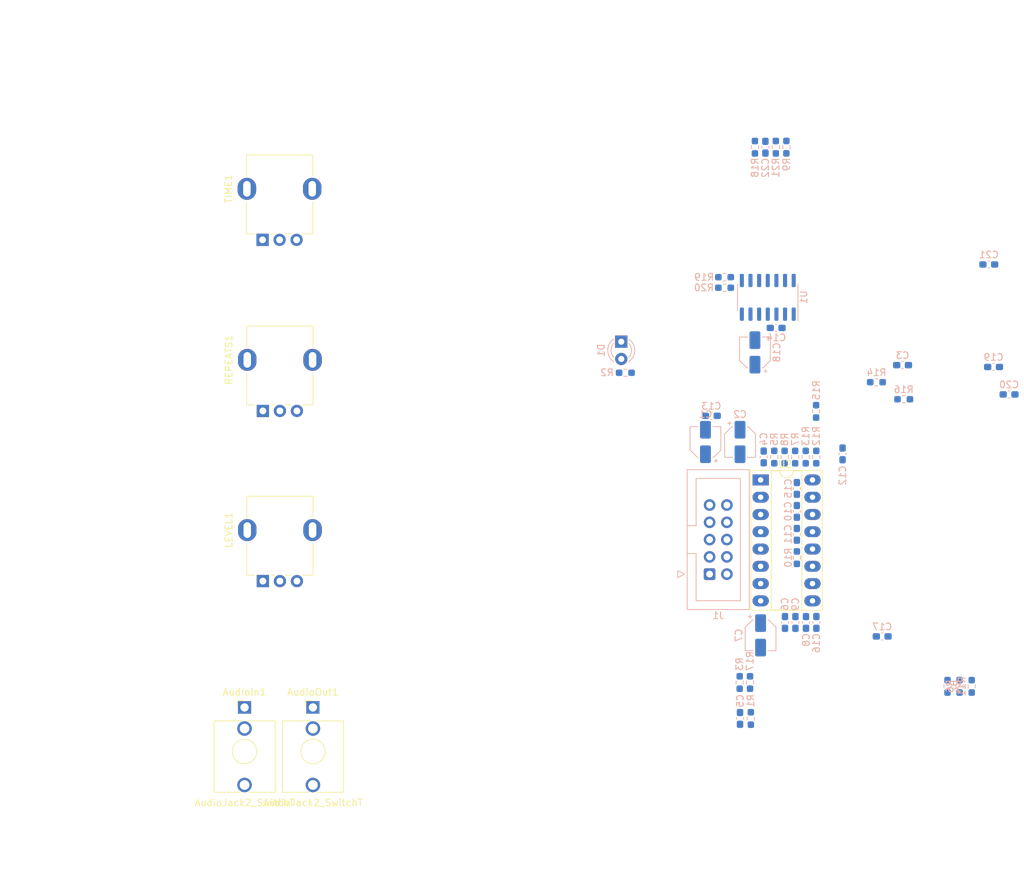
<source format=kicad_pcb>
(kicad_pcb (version 20211014) (generator pcbnew)
  (layers (0 "F.Cu" signal) (31 "B.Cu" signal) (34 "B.Paste" user) (35 "F.Paste" user) (36 "B.SilkS" user "B.Silkscreen") (37 "F.SilkS" user "F.Silkscreen") (38 "B.Mask" user) (39 "F.Mask" user) (44 "Edge.Cuts" user))
  (net 0 "")
  (net 1 "Net-(C22-Pad1)")
  (net 2 "Net-(C22-Pad2)")
  (net 3 "Net-(AudioIn1-PadT)")
  (net 4 "GND")
  (net 5 "+12V")
  (net 6 "Net-(D1-Pad2)")
  (net 7 "Net-(C6-Pad2)")
  (net 8 "DRY_OUT")
  (net 9 "Net-(C6-Pad1)")
  (net 10 "Net-(R5-Pad2)")
  (net 11 "Net-(R5-Pad1)")
  (net 12 "REPEATS")
  (net 13 "Net-(C10-Pad2)")
  (net 14 "Net-(C16-Pad2)")
  (net 15 "Net-(C10-Pad1)")
  (net 16 "Net-(AudioOut1-PadT)")
  (net 17 "Net-(C11-Pad2)")
  (net 18 "Net-(C12-Pad2)")
  (net 19 "Net-(C15-Pad2)")
  (net 20 "Net-(C20-Pad1)")
  (net 21 "Net-(C15-Pad1)")
  (net 22 "Net-(C19-Pad2)")
  (net 23 "Net-(C18-Pad1)")
  (net 24 "Net-(C21-Pad2)")
  (net 25 "WET_OUT")
  (net 26 "Net-(R19-Pad2)")
  (net 27 "Net-(LEVEL1-Pad3)")
  (net 28 "-12V")
  (net 29 "Net-(C8-Pad2)")
  (net 30 "Net-(C9-Pad2)")
  (net 31 "Net-(C11-Pad1)")
  (net 32 "Net-(C13-Pad2)")
  (net 33 "Net-(C13-Pad1)")
  (net 34 "+5V")
  (net 35 "Net-(C18-Pad2)")
  (net 36 "Net-(C7-Pad1)")
  (net 40 "Net-(C1-Pad1)")
  (net 41 "Net-(C2-Pad2)")
  (footprint "benjiaomodular:AudioJack_3.5mm" (layer "F.Cu") (at 125.85 143.7)
    (fp_text reference "AudioOut1" (at 0 -2.25) (layer "F.SilkS"))
    (fp_text value "AudioJack2_SwitchT" (at 0 14) (layer "F.SilkS"))
    (fp_line (start -0.35 1.98) (end -4.5 1.98) (layer "F.SilkS") (width 0.12))
    (fp_line (start 4.5 12.48) (end 0.5 12.48) (layer "F.SilkS") (width 0.12))
    (fp_line (start 4.5 1.98) (end 4.5 12.48) (layer "F.SilkS") (width 0.12))
    (fp_line (start 4.5 1.98) (end 0.35 1.98) (layer "F.SilkS") (width 0.12))
    (fp_line (start -0.5 12.48) (end -4.5 12.48) (layer "F.SilkS") (width 0.12))
    (fp_line (start -1.06 -1) (end -1.06 -0.2) (layer "F.SilkS") (width 0.12))
    (fp_line (start -1.06 -1) (end -0.2 -1) (layer "F.SilkS") (width 0.12))
    (fp_line (start -4.5 1.98) (end -4.5 12.48) (layer "F.SilkS") (width 0.12))
    (fp_circle (center 0 6.48) (end 1.8 6.48) (layer "F.SilkS") (width 0.12) (fill none))
    (pad "S" thru_hole rect locked (at 0 0 180) (size 1.93 1.83) (drill 1.22) (layers *.Cu *.Mask) (net 4 "GND"))
    (pad "T" thru_hole circle locked (at 0 11.4 180) (size 2.13 2.13) (drill 1.43) (layers *.Cu *.Mask) (net 16 "Net-(AudioOut1-PadT)"))
    (pad "TN" thru_hole circle locked (at 0 3.1 180) (size 2.13 2.13) (drill 1.42) (layers *.Cu *.Mask))
  )
  (footprint "benjiaomodular:AudioJack_3.5mm" (layer "F.Cu") (at 115.8 143.7)
    (fp_text reference "AudioIn1" (at 0 -2.25) (layer "F.SilkS"))
    (fp_text value "AudioJack2_SwitchT" (at 0 14) (layer "F.SilkS"))
    (fp_line (start -4.5 1.98) (end -4.5 12.48) (layer "F.SilkS") (width 0.12))
    (fp_line (start -1.06 -1) (end -0.2 -1) (layer "F.SilkS") (width 0.12))
    (fp_line (start -0.5 12.48) (end -4.5 12.48) (layer "F.SilkS") (width 0.12))
    (fp_line (start 4.5 12.48) (end 0.5 12.48) (layer "F.SilkS") (width 0.12))
    (fp_line (start 4.5 1.98) (end 4.5 12.48) (layer "F.SilkS") (width 0.12))
    (fp_line (start -1.06 -1) (end -1.06 -0.2) (layer "F.SilkS") (width 0.12))
    (fp_line (start -0.35 1.98) (end -4.5 1.98) (layer "F.SilkS") (width 0.12))
    (fp_line (start 4.5 1.98) (end 0.35 1.98) (layer "F.SilkS") (width 0.12))
    (fp_circle (center 0 6.48) (end 1.8 6.48) (layer "F.SilkS") (width 0.12) (fill none))
    (pad "S" thru_hole rect locked (at 0 0 180) (size 1.93 1.83) (drill 1.22) (layers *.Cu *.Mask) (net 4 "GND"))
    (pad "T" thru_hole circle locked (at 0 11.4 180) (size 2.13 2.13) (drill 1.43) (layers *.Cu *.Mask) (net 3 "Net-(AudioIn1-PadT)"))
    (pad "TN" thru_hole circle locked (at 0 3.1 180) (size 2.13 2.13) (drill 1.42) (layers *.Cu *.Mask))
  )
  (footprint "benjiaomodular:Potentiometer_RV09" (layer "F.Cu") (at 118.5 125.125 90)
    (fp_text reference "LEVEL1" (at 7.5 -5 90) (layer "F.SilkS"))
    (fp_text value "B10k")
    (fp_line (start 0.88 4.16) (end 0.88 3.33) (layer "F.SilkS") (width 0.12))
    (fp_line (start 0.88 -1.19) (end 0.88 -2.37) (layer "F.SilkS") (width 0.12))
    (fp_line (start 9.41 7.37) (end 12.47 7.37) (layer "F.SilkS") (width 0.12))
    (fp_line (start 12.47 7.37) (end 12.47 -2.37) (layer "F.SilkS") (width 0.12))
    (fp_line (start 0.88 7.37) (end 0.88 5.88) (layer "F.SilkS") (width 0.12))
    (fp_line (start 0.88 1.71) (end 0.88 1.18) (layer "F.SilkS") (width 0.12))
    (fp_line (start 9.41 -2.37) (end 12.47 -2.37) (layer "F.SilkS") (width 0.12))
    (fp_line (start 0.88 -2.38) (end 5.6 -2.38) (layer "F.SilkS") (width 0.12))
    (fp_line (start 0.88 7.37) (end 5.6 7.37) (layer "F.SilkS") (width 0.12))
    (pad "" thru_hole oval locked (at 7.5 7.3 180) (size 2.72 3.24) (drill oval 1.1 2.3) (layers *.Cu *.Mask))
    (pad "" thru_hole oval locked (at 7.5 -2.3 180) (size 2.72 3.24) (drill oval 1.1 2.3) (layers *.Cu *.Mask))
    (pad "1" thru_hole rect locked (at 0 0 180) (size 1.8 1.8) (drill 1) (layers *.Cu *.Mask) (net 4 "GND"))
    (pad "2" thru_hole circle locked (at 0 2.5 180) (size 1.8 1.8) (drill 1) (layers *.Cu *.Mask) (net 25 "WET_OUT"))
    (pad "3" thru_hole circle locked (at 0 5 180) (size 1.8 1.8) (drill 1) (layers *.Cu *.Mask) (net 27 "Net-(LEVEL1-Pad3)"))
  )
  (footprint "Package_DIP:DIP-16_W7.62mm_Socket_LongPads" (layer "F.Cu") (at 191.64 110.25)
    (fp_text reference "U2" (at 3.585 -2.33) (layer "F.SilkS"))
    (fp_text value "PT2399")
    (fp_line (start 1.56 -1.33) (end 1.56 19.11) (layer "F.SilkS") (width 0.12))
    (fp_line (start 2.81 -1.33) (end 1.56 -1.33) (layer "F.SilkS") (width 0.12))
    (fp_line (start 9.06 -1.39) (end -1.44 -1.39) (layer "F.SilkS") (width 0.12))
    (fp_line (start -1.44 -1.39) (end -1.44 19.17) (layer "F.SilkS") (width 0.12))
    (fp_line (start -1.44 19.17) (end 9.06 19.17) (layer "F.SilkS") (width 0.12))
    (fp_line (start 9.06 19.17) (end 9.06 -1.39) (layer "F.SilkS") (width 0.12))
    (fp_line (start 6.06 19.11) (end 6.06 -1.33) (layer "F.SilkS") (width 0.12))
    (fp_line (start 6.06 -1.33) (end 4.81 -1.33) (layer "F.SilkS") (width 0.12))
    (fp_line (start 1.56 19.11) (end 6.06 19.11) (layer "F.SilkS") (width 0.12))
    (fp_arc (start 4.81 -1.33) (mid 3.81 -0.33) (end 2.81 -1.33) (layer "F.SilkS") (width 0.12))
    (pad "1" thru_hole rect (at 0 0) (size 2.4 1.6) (drill 0.8) (layers *.Cu *.Mask) (net 34 "+5V"))
    (pad "2" thru_hole oval (at 0 2.54) (size 2.4 1.6) (drill 0.8) (layers *.Cu *.Mask) (net 36 "Net-(C7-Pad1)"))
    (pad "3" thru_hole oval (at 0 5.08) (size 2.4 1.6) (drill 0.8) (layers *.Cu *.Mask) (net 4 "GND"))
    (pad "4" thru_hole oval (at 0 7.62) (size 2.4 1.6) (drill 0.8) (layers *.Cu *.Mask) (net 4 "GND"))
    (pad "5" thru_hole oval (at 0 10.16) (size 2.4 1.6) (drill 0.8) (layers *.Cu *.Mask))
    (pad "6" thru_hole oval (at 0 12.7) (size 2.4 1.6) (drill 0.8) (layers *.Cu *.Mask) (net 11 "Net-(R5-Pad1)"))
    (pad "7" thru_hole oval (at 0 15.24) (size 2.4 1.6) (drill 0.8) (layers *.Cu *.Mask) (net 29 "Net-(C8-Pad2)"))
    (pad "8" thru_hole oval (at 0 17.78) (size 2.4 1.6) (drill 0.8) (layers *.Cu *.Mask) (net 30 "Net-(C9-Pad2)"))
    (pad "9" thru_hole oval (at 7.62 17.78) (size 2.4 1.6) (drill 0.8) (layers *.Cu *.Mask) (net 33 "Net-(C13-Pad1)"))
    (pad "10" thru_hole oval (at 7.62 15.24) (size 2.4 1.6) (drill 0.8) (layers *.Cu *.Mask) (net 32 "Net-(C13-Pad2)"))
    (pad "11" thru_hole oval (at 7.62 12.7) (size 2.4 1.6) (drill 0.8) (layers *.Cu *.Mask) (net 31 "Net-(C11-Pad1)"))
    (pad "12" thru_hole oval (at 7.62 10.16) (size 2.4 1.6) (drill 0.8) (layers *.Cu *.Mask) (net 17 "Net-(C11-Pad2)"))
    (pad "13" thru_hole oval (at 7.62 7.62) (size 2.4 1.6) (drill 0.8) (layers *.Cu *.Mask) (net 15 "Net-(C10-Pad1)"))
    (pad "14" thru_hole oval (at 7.62 5.08) (size 2.4 1.6) (drill 0.8) (layers *.Cu *.Mask) (net 13 "Net-(C10-Pad2)"))
    (pad "15" thru_hole oval (at 7.62 2.54) (size 2.4 1.6) (drill 0.8) (layers *.Cu *.Mask) (net 21 "Net-(C15-Pad1)"))
    (pad "16" thru_hole oval (at 7.62 0) (size 2.4 1.6) (drill 0.8) (layers *.Cu *.Mask) (net 19 "Net-(C15-Pad2)"))
  )
  (footprint "benjiaomodular:Potentiometer_RV09" (layer "F.Cu") (at 118.45 74.95 90)
    (fp_text reference "TIME1" (at 7.5 -5 90) (layer "F.SilkS"))
    (fp_text value "B100k")
    (fp_line (start 0.88 4.16) (end 0.88 3.33) (layer "F.SilkS") (width 0.12))
    (fp_line (start 0.88 -1.19) (end 0.88 -2.37) (layer "F.SilkS") (width 0.12))
    (fp_line (start 0.88 7.37) (end 0.88 5.88) (layer "F.SilkS") (width 0.12))
    (fp_line (start 9.41 -2.37) (end 12.47 -2.37) (layer "F.SilkS") (width 0.12))
    (fp_line (start 0.88 -2.38) (end 5.6 -2.38) (layer "F.SilkS") (width 0.12))
    (fp_line (start 0.88 1.71) (end 0.88 1.18) (layer "F.SilkS") (width 0.12))
    (fp_line (start 0.88 7.37) (end 5.6 7.37) (layer "F.SilkS") (width 0.12))
    (fp_line (start 9.41 7.37) (end 12.47 7.37) (layer "F.SilkS") (width 0.12))
    (fp_line (start 12.47 7.37) (end 12.47 -2.37) (layer "F.SilkS") (width 0.12))
    (pad "" thru_hole oval locked (at 7.5 7.3 180) (size 2.72 3.24) (drill oval 1.1 2.3) (layers *.Cu *.Mask))
    (pad "" thru_hole oval locked (at 7.5 -2.3 180) (size 2.72 3.24) (drill oval 1.1 2.3) (layers *.Cu *.Mask))
    (pad "1" thru_hole rect locked (at 0 0 180) (size 1.8 1.8) (drill 1) (layers *.Cu *.Mask) (net 4 "GND"))
    (pad "2" thru_hole circle locked (at 0 2.5 180) (size 1.8 1.8) (drill 1) (layers *.Cu *.Mask) (net 10 "Net-(R5-Pad2)"))
    (pad "3" thru_hole circle locked (at 0 5 180) (size 1.8 1.8) (drill 1) (layers *.Cu *.Mask) (net 10 "Net-(R5-Pad2)"))
  )
  (footprint "benjiaomodular:Potentiometer_RV09" (layer "F.Cu") (at 118.5 100.1 90)
    (fp_text reference "REPEATS1" (at 7.5 -5 90) (layer "F.SilkS"))
    (fp_text value "B10k")
    (fp_line (start 0.88 -2.38) (end 5.6 -2.38) (layer "F.SilkS") (width 0.12))
    (fp_line (start 0.88 -1.19) (end 0.88 -2.37) (layer "F.SilkS") (width 0.12))
    (fp_line (start 9.41 7.37) (end 12.47 7.37) (layer "F.SilkS") (width 0.12))
    (fp_line (start 0.88 1.71) (end 0.88 1.18) (layer "F.SilkS") (width 0.12))
    (fp_line (start 0.88 4.16) (end 0.88 3.33) (layer "F.SilkS") (width 0.12))
    (fp_line (start 9.41 -2.37) (end 12.47 -2.37) (layer "F.SilkS") (width 0.12))
    (fp_line (start 0.88 7.37) (end 0.88 5.88) (layer "F.SilkS") (width 0.12))
    (fp_line (start 0.88 7.37) (end 5.6 7.37) (layer "F.SilkS") (width 0.12))
    (fp_line (start 12.47 7.37) (end 12.47 -2.37) (layer "F.SilkS") (width 0.12))
    (pad "" thru_hole oval locked (at 7.5 -2.3 180) (size 2.72 3.24) (drill oval 1.1 2.3) (layers *.Cu *.Mask))
    (pad "" thru_hole oval locked (at 7.5 7.3 180) (size 2.72 3.24) (drill oval 1.1 2.3) (layers *.Cu *.Mask))
    (pad "1" thru_hole rect locked (at 0 0 180) (size 1.8 1.8) (drill 1) (layers *.Cu *.Mask) (net 4 "GND"))
    (pad "2" thru_hole circle locked (at 0 2.5 180) (size 1.8 1.8) (drill 1) (layers *.Cu *.Mask) (net 12 "REPEATS"))
    (pad "3" thru_hole circle locked (at 0 5 180) (size 1.8 1.8) (drill 1) (layers *.Cu *.Mask) (net 27 "Net-(LEVEL1-Pad3)"))
  )
  (footprint "Resistor_SMD:R_0603_1608Metric_Pad0.98x0.95mm_HandSolder" (layer "B.Cu") (at 208.655 95.880112 180)
    (fp_text reference "R14" (at 0 1.43) (layer "B.SilkS") (effects (justify mirror)))
    (fp_text value "10k")
    (fp_line (start -0.254724 -0.5225) (end 0.254724 -0.5225) (layer "B.SilkS") (width 0.12))
    (fp_line (start -0.254724 0.5225) (end 0.254724 0.5225) (layer "B.SilkS") (width 0.12))
    (pad "1" smd roundrect (at -0.9125 0 180) (size 0.975 0.95) (layers "B.Cu" "B.Paste" "B.Mask") (net 22 "Net-(C19-Pad2)"))
    (pad "2" smd roundrect (at 0.9125 0 180) (size 0.975 0.95) (layers "B.Cu" "B.Paste" "B.Mask") (net 13 "Net-(C10-Pad2)"))
  )
  (footprint "Capacitor_SMD:C_0603_1608Metric_Pad1.08x0.95mm_HandSolder" (layer "B.Cu") (at 192.34 61.33 90)
    (fp_text reference "C22" (at -3.04 0 90) (layer "B.SilkS") (effects (justify mirror)))
    (fp_text value "68pF")
    (fp_line (start -0.146267 -0.51) (end 0.146267 -0.51) (layer "B.SilkS") (width 0.12))
    (fp_line (start -0.146267 0.51) (end 0.146267 0.51) (layer "B.SilkS") (width 0.12))
    (pad "1" smd roundrect (at -0.8625 0 90) (size 1.075 0.95) (layers "B.Cu" "B.Paste" "B.Mask") (net 1 "Net-(C22-Pad1)"))
    (pad "2" smd roundrect (at 0.8625 0 90) (size 1.075 0.95) (layers "B.Cu" "B.Paste" "B.Mask") (net 2 "Net-(C22-Pad2)"))
  )
  (footprint "Resistor_SMD:R_0603_1608Metric_Pad0.98x0.95mm_HandSolder" (layer "B.Cu") (at 188.56 140.03 90)
    (fp_text reference "R3" (at 2.71 -0.02 90) (layer "B.SilkS") (effects (justify mirror)))
    (fp_text value "100k")
    (fp_line (start -0.254724 0.5225) (end 0.254724 0.5225) (layer "B.SilkS") (width 0.12))
    (fp_line (start -0.254724 -0.5225) (end 0.254724 -0.5225) (layer "B.SilkS") (width 0.12))
    (pad "1" smd roundrect (at -0.9125 0 90) (size 0.975 0.95) (layers "B.Cu" "B.Paste" "B.Mask") (net 8 "DRY_OUT"))
    (pad "2" smd roundrect (at 0.9125 0 90) (size 0.975 0.95) (layers "B.Cu" "B.Paste" "B.Mask") (net 7 "Net-(C6-Pad2)"))
  )
  (footprint "Capacitor_SMD:C_0603_1608Metric_Pad1.08x0.95mm_HandSolder" (layer "B.Cu") (at 225.865 93.640112 180)
    (fp_text reference "C19" (at 0 1.43) (layer "B.SilkS") (effects (justify mirror)))
    (fp_text value "2.2nF")
    (fp_line (start -0.146267 -0.51) (end 0.146267 -0.51) (layer "B.SilkS") (width 0.12))
    (fp_line (start -0.146267 0.51) (end 0.146267 0.51) (layer "B.SilkS") (width 0.12))
    (pad "1" smd roundrect (at -0.8625 0 180) (size 1.075 0.95) (layers "B.Cu" "B.Paste" "B.Mask") (net 4 "GND"))
    (pad "2" smd roundrect (at 0.8625 0 180) (size 1.075 0.95) (layers "B.Cu" "B.Paste" "B.Mask") (net 22 "Net-(C19-Pad2)"))
  )
  (footprint "Capacitor_SMD:CP_Elec_4x3.9" (layer "B.Cu") (at 188.61 104.672 -90)
    (fp_text reference "C2" (at -4.064 0 180) (layer "B.SilkS") (effects (justify mirror)))
    (fp_text value "100uF")
    (fp_line (start -2.26 1.195563) (end -2.26 1.06) (layer "B.SilkS") (width 0.12))
    (fp_line (start -2.26 -1.195563) (end -2.26 -1.06) (layer "B.SilkS") (width 0.12))
    (fp_line (start -1.195563 -2.26) (end 2.26 -2.26) (layer "B.SilkS") (width 0.12))
    (fp_line (start -3 1.56) (end -2.5 1.56) (layer "B.SilkS") (width 0.12))
    (fp_line (start -2.26 -1.195563) (end -1.195563 -2.26) (layer "B.SilkS") (width 0.12))
    (fp_line (start -2.75 1.81) (end -2.75 1.31) (layer "B.SilkS") (width 0.12))
    (fp_line (start -1.195563 2.26) (end 2.26 2.26) (layer "B.SilkS") (width 0.12))
    (fp_line (start -2.26 1.195563) (end -1.195563 2.26) (layer "B.SilkS") (width 0.12))
    (fp_line (start 2.26 2.26) (end 2.26 1.06) (layer "B.SilkS") (width 0.12))
    (fp_line (start 2.26 -2.26) (end 2.26 -1.06) (layer "B.SilkS") (width 0.12))
    (pad "1" smd roundrect (at -1.8 0 270) (size 2.6 1.6) (layers "B.Cu" "B.Paste" "B.Mask") (roundrect_rratio 0.15625) (net 4 "GND"))
    (pad "2" smd roundrect (at 1.8 0 270) (size 2.6 1.6) (layers "B.Cu" "B.Paste" "B.Mask") (roundrect_rratio 0.15625) (net 41 "Net-(C2-Pad2)"))
  )
  (footprint "Resistor_SMD:R_0603_1608Metric_Pad0.98x0.95mm_HandSolder" (layer "B.Cu") (at 190.08 140.03 90)
    (fp_text reference "R17" (at 3.15 -0.01 90) (layer "B.SilkS") (effects (justify mirror)))
    (fp_text value "100k")
    (fp_line (start -0.254724 0.5225) (end 0.254724 0.5225) (layer "B.SilkS") (width 0.12))
    (fp_line (start -0.254724 -0.5225) (end 0.254724 -0.5225) (layer "B.SilkS") (width 0.12))
    (pad "1" smd roundrect (at -0.9125 0 90) (size 0.975 0.95) (layers "B.Cu" "B.Paste" "B.Mask") (net 8 "DRY_OUT"))
    (pad "2" smd roundrect (at 0.9125 0 90) (size 0.975 0.95) (layers "B.Cu" "B.Paste" "B.Mask") (net 2 "Net-(C22-Pad2)"))
  )
  (footprint "LED_THT:LED_D3.0mm" (layer "B.Cu") (at 171.16 89.925 -90)
    (fp_text reference "D1" (at 1.27 2.96 90) (layer "B.SilkS") (effects (justify mirror)))
    (fp_text value "3mm_LED")
    (fp_line (start -0.29 -1.08) (end -0.29 -1.236) (layer "B.SilkS") (width 0.12))
    (fp_line (start -0.29 1.236) (end -0.29 1.08) (layer "B.SilkS") (width 0.12))
    (fp_arc (start -0.29 -1.235516) (mid 1.366487 -1.987659) (end 2.942335 -1.078608) (layer "B.SilkS") (width 0.12))
    (fp_arc (start 0.229039 -1.08) (mid 1.270117 -1.5) (end 2.31113 -1.079837) (layer "B.SilkS") (width 0.12))
    (fp_arc (start 2.942335 1.078608) (mid 1.366487 1.987659) (end -0.29 1.235516) (layer "B.SilkS") (width 0.12))
    (fp_arc (start 2.31113 1.079837) (mid 1.270117 1.5) (end 0.229039 1.08) (layer "B.SilkS") (width 0.12))
    (pad "1" thru_hole rect (at 0 0 270) (size 1.8 1.8) (drill 0.9) (layers *.Cu *.Mask) (net 4 "GND"))
    (pad "2" thru_hole circle (at 2.54 0 270) (size 1.8 1.8) (drill 0.9) (layers *.Cu *.Mask) (net 6 "Net-(D1-Pad2)"))
  )
  (footprint "Capacitor_SMD:C_0603_1608Metric_Pad1.08x0.95mm_HandSolder" (layer "B.Cu") (at 192.09 106.87 -90)
    (fp_text reference "C4" (at -2.62 -0.01 90) (layer "B.SilkS") (effects (justify mirror)))
    (fp_text value "100nF")
    (fp_line (start -0.146267 0.51) (end 0.146267 0.51) (layer "B.SilkS") (width 0.12))
    (fp_line (start -0.146267 -0.51) (end 0.146267 -0.51) (layer "B.SilkS") (width 0.12))
    (pad "1" smd roundrect (at -0.8625 0 270) (size 1.075 0.95) (layers "B.Cu" "B.Paste" "B.Mask") (net 4 "GND"))
    (pad "2" smd roundrect (at 0.8625 0 270) (size 1.075 0.95) (layers "B.Cu" "B.Paste" "B.Mask") (net 41 "Net-(C2-Pad2)"))
  )
  (footprint "Resistor_SMD:R_0603_1608Metric_Pad0.98x0.95mm_HandSolder" (layer "B.Cu") (at 186.3375 80.44)
    (fp_text reference "R19" (at -3.0075 0) (layer "B.SilkS") (effects (justify mirror)))
    (fp_text value "20k")
    (fp_line (start -0.254724 -0.5225) (end 0.254724 -0.5225) (layer "B.SilkS") (width 0.12))
    (fp_line (start -0.254724 0.5225) (end 0.254724 0.5225) (layer "B.SilkS") (width 0.12))
    (pad "1" smd roundrect (at -0.9125 0) (size 0.975 0.95) (layers "B.Cu" "B.Paste" "B.Mask") (net 4 "GND"))
    (pad "2" smd roundrect (at 0.9125 0) (size 0.975 0.95) (layers "B.Cu" "B.Paste" "B.Mask") (net 26 "Net-(R19-Pad2)"))
  )
  (footprint "Resistor_SMD:R_0603_1608Metric_Pad0.98x0.95mm_HandSolder" (layer "B.Cu") (at 220.876 140.597 -90)
    (fp_text reference "R6" (at 0 1.43 90) (layer "B.SilkS") (effects (justify mirror)))
    (fp_text value "100k")
    (fp_line (start -0.254724 -0.5225) (end 0.254724 -0.5225) (layer "B.SilkS") (width 0.12))
    (fp_line (start -0.254724 0.5225) (end 0.254724 0.5225) (layer "B.SilkS") (width 0.12))
    (pad "1" smd roundrect (at -0.9125 0 270) (size 0.975 0.95) (layers "B.Cu" "B.Paste" "B.Mask") (net 12 "REPEATS"))
    (pad "2" smd roundrect (at 0.9125 0 270) (size 0.975 0.95) (layers "B.Cu" "B.Paste" "B.Mask") (net 7 "Net-(C6-Pad2)"))
  )
  (footprint "Capacitor_SMD:C_0603_1608Metric_Pad1.08x0.95mm_HandSolder" (layer "B.Cu") (at 195.22 131.2025 -90)
    (fp_text reference "C6" (at -2.6925 0.03 90) (layer "B.SilkS") (effects (justify mirror)))
    (fp_text value "47pF")
    (fp_line (start -0.146267 -0.51) (end 0.146267 -0.51) (layer "B.SilkS") (width 0.12))
    (fp_line (start -0.146267 0.51) (end 0.146267 0.51) (layer "B.SilkS") (width 0.12))
    (pad "1" smd roundrect (at -0.8625 0 270) (size 1.075 0.95) (layers "B.Cu" "B.Paste" "B.Mask") (net 9 "Net-(C6-Pad1)"))
    (pad "2" smd roundrect (at 0.8625 0 270) (size 1.075 0.95) (layers "B.Cu" "B.Paste" "B.Mask") (net 7 "Net-(C6-Pad2)"))
  )
  (footprint "Capacitor_SMD:C_0603_1608Metric_Pad1.08x0.95mm_HandSolder" (layer "B.Cu") (at 196.965 114.875 90)
    (fp_text reference "C10" (at 0 -1.3 90) (layer "B.SilkS") (effects (justify mirror)))
    (fp_text value "2.2nF")
    (fp_line (start -0.146267 0.51) (end 0.146267 0.51) (layer "B.SilkS") (width 0.12))
    (fp_line (start -0.146267 -0.51) (end 0.146267 -0.51) (layer "B.SilkS") (width 0.12))
    (pad "1" smd roundrect (at -0.8625 0 90) (size 1.075 0.95) (layers "B.Cu" "B.Paste" "B.Mask") (net 15 "Net-(C10-Pad1)"))
    (pad "2" smd roundrect (at 0.8625 0 90) (size 1.075 0.95) (layers "B.Cu" "B.Paste" "B.Mask") (net 13 "Net-(C10-Pad2)"))
  )
  (footprint "Capacitor_SMD:C_0603_1608Metric_Pad1.08x0.95mm_HandSolder" (layer "B.Cu") (at 184.395 100.820112 180)
    (fp_text reference "C13" (at 0 1.43) (layer "B.SilkS") (effects (justify mirror)))
    (fp_text value "100nf")
    (fp_line (start -0.146267 0.51) (end 0.146267 0.51) (layer "B.SilkS") (width 0.12))
    (fp_line (start -0.146267 -0.51) (end 0.146267 -0.51) (layer "B.SilkS") (width 0.12))
    (pad "1" smd roundrect (at -0.8625 0 180) (size 1.075 0.95) (layers "B.Cu" "B.Paste" "B.Mask") (net 33 "Net-(C13-Pad1)"))
    (pad "2" smd roundrect (at 0.8625 0 180) (size 1.075 0.95) (layers "B.Cu" "B.Paste" "B.Mask") (net 32 "Net-(C13-Pad2)"))
  )
  (footprint "Resistor_SMD:R_0603_1608Metric_Pad0.98x0.95mm_HandSolder" (layer "B.Cu") (at 193.64 106.88 90)
    (fp_text reference "R5" (at 2.62 0 90) (layer "B.SilkS") (effects (justify mirror)))
    (fp_text value "2.7k")
    (fp_line (start -0.254724 0.5225) (end 0.254724 0.5225) (layer "B.SilkS") (width 0.12))
    (fp_line (start -0.254724 -0.5225) (end 0.254724 -0.5225) (layer "B.SilkS") (width 0.12))
    (pad "1" smd roundrect (at -0.9125 0 90) (size 0.975 0.95) (layers "B.Cu" "B.Paste" "B.Mask") (net 11 "Net-(R5-Pad1)"))
    (pad "2" smd roundrect (at 0.9125 0 90) (size 0.975 0.95) (layers "B.Cu" "B.Paste" "B.Mask") (net 10 "Net-(R5-Pad2)"))
  )
  (footprint "Capacitor_SMD:C_0603_1608Metric_Pad1.08x0.95mm_HandSolder" (layer "B.Cu") (at 228.145 97.680112 180)
    (fp_text reference "C20" (at 0 1.43) (layer "B.SilkS") (effects (justify mirror)))
    (fp_text value "4.7nF")
    (fp_line (start -0.146267 0.51) (end 0.146267 0.51) (layer "B.SilkS") (width 0.12))
    (fp_line (start -0.146267 -0.51) (end 0.146267 -0.51) (layer "B.SilkS") (width 0.12))
    (pad "1" smd roundrect (at -0.8625 0 180) (size 1.075 0.95) (layers "B.Cu" "B.Paste" "B.Mask") (net 20 "Net-(C20-Pad1)"))
    (pad "2" smd roundrect (at 0.8625 0 180) (size 1.075 0.95) (layers "B.Cu" "B.Paste" "B.Mask") (net 4 "GND"))
  )
  (footprint "Resistor_SMD:R_0603_1608Metric_Pad0.98x0.95mm_HandSolder" (layer "B.Cu") (at 222.654 140.597 -90)
    (fp_text reference "R11" (at 0 1.43 90) (layer "B.SilkS") (effects (justify mirror)))
    (fp_text value "10k")
    (fp_line (start -0.254724 0.5225) (end 0.254724 0.5225) (layer "B.SilkS") (width 0.12))
    (fp_line (start -0.254724 -0.5225) (end 0.254724 -0.5225) (layer "B.SilkS") (width 0.12))
    (pad "1" smd roundrect (at -0.9125 0 270) (size 0.975 0.95) (layers "B.Cu" "B.Paste" "B.Mask") (net 9 "Net-(C6-Pad1)"))
    (pad "2" smd roundrect (at 0.9125 0 270) (size 0.975 0.95) (layers "B.Cu" "B.Paste" "B.Mask") (net 18 "Net-(C12-Pad2)"))
  )
  (footprint "Capacitor_SMD:C_0603_1608Metric_Pad1.08x0.95mm_HandSolder" (layer "B.Cu") (at 212.495 93.370112 180)
    (fp_text reference "C3" (at 0 1.43) (layer "B.SilkS") (effects (justify mirror)))
    (fp_text value "100nF")
    (fp_line (start -0.146267 0.51) (end 0.146267 0.51) (layer "B.SilkS") (width 0.12))
    (fp_line (start -0.146267 -0.51) (end 0.146267 -0.51) (layer "B.SilkS") (width 0.12))
    (pad "1" smd roundrect (at -0.8625 0 180) (size 1.075 0.95) (layers "B.Cu" "B.Paste" "B.Mask") (net 40 "Net-(C1-Pad1)"))
    (pad "2" smd roundrect (at 0.8625 0 180) (size 1.075 0.95) (layers "B.Cu" "B.Paste" "B.Mask") (net 4 "GND"))
  )
  (footprint "Connector_IDC:IDC-Header_2x05_P2.54mm_Vertical" (layer "B.Cu") (at 184.14 124.1)
    (fp_text reference "J1" (at 1.27 6.1) (layer "B.SilkS") (effects (justify mirror)))
    (fp_text value "IDC_2x05")
    (fp_line (start 4.52 -14.07) (end -1.98 -14.07) (layer "B.SilkS") (width 0.12))
    (fp_line (start -1.98 -7.13) (end -1.98 -7.13) (layer "B.SilkS") (width 0.12))
    (fp_line (start 4.52 3.91) (end 4.52 -14.07) (layer "B.SilkS") (width 0.12))
    (fp_line (start -3.29 -3.03) (end -1.98 -3.03) (layer "B.SilkS") (width 0.12))
    (fp_line (start -1.98 -14.07) (end -1.98 -7.13) (layer "B.SilkS") (width 0.12))
    (fp_line (start -3.29 5.21) (end 5.83 5.21) (layer "B.SilkS") (width 0.12))
    (fp_line (start -4.68 0.5) (end -4.68 -0.5) (layer "B.SilkS") (width 0.12))
    (fp_line (start -1.98 3.91) (end 4.52 3.91) (layer "B.SilkS") (width 0.12))
    (fp_line (start 5.83 5.21) (end 5.83 -15.37) (layer "B.SilkS") (width 0.12))
    (fp_line (start -3.29 -15.37) (end -3.29 5.21) (layer "B.SilkS") (width 0.12))
    (fp_line (start -1.98 -7.13) (end -3.29 -7.13) (layer "B.SilkS") (width 0.12))
    (fp_line (start -3.68 0) (end -4.68 0.5) (layer "B.SilkS") (width 0.12))
    (fp_line (start 5.83 -15.37) (end -3.29 -15.37) (layer "B.SilkS") (width 0.12))
    (fp_line (start -1.98 -3.03) (end -1.98 3.91) (layer "B.SilkS") (width 0.12))
    (fp_line (start -4.68 -0.5) (end -3.68 0) (layer "B.SilkS") (width 0.12))
    (pad "1" thru_hole roundrect (at 0 0) (size 1.7 1.7) (drill 1) (layers *.Cu *.Mask) (roundrect_rratio 0.147059) (net 28 "-12V"))
    (pad "2" thru_hole circle (at 2.54 0) (size 1.7 1.7) (drill 1) (layers *.Cu *.Mask) (net 28 "-12V"))
    (pad "3" thru_hole circle (at 0 -2.54) (size 1.7 1.7) (drill 1) (layers *.Cu *.Mask) (net 4 "GND"))
    (pad "4" thru_hole circle (at 2.54 -2.54) (size 1.7 1.7) (drill 1) (layers *.Cu *.Mask) (net 4 "GND"))
    (pad "5" thru_hole circle (at 0 -5.08) (size 1.7 1.7) (drill 1) (layers *.Cu *.Mask) (net 4 "GND"))
    (pad "6" thru_hole circle (at 2.54 -5.08) (size 1.7 1.7) (drill 1) (layers *.Cu *.Mask) (net 4 "GND"))
    (pad "7" thru_hole circle (at 0 -7.62) (size 1.7 1.7) (drill 1) (layers *.Cu *.Mask) (net 4 "GND"))
    (pad "8" thru_hole circle (at 2.54 -7.62) (size 1.7 1.7) (drill 1) (layers *.Cu *.Mask) (net 4 "GND"))
    (pad "9" thru_hole circle (at 0 -10.16) (size 1.7 1.7) (drill 1) (layers *.Cu *.Mask) (net 5 "+12V"))
    (pad "10" thru_hole circle (at 2.54 -10.16) (size 1.7 1.7) (drill 1) (layers *.Cu *.Mask) (net 5 "+12V"))
  )
  (footprint "Resistor_SMD:R_0603_1608Metric_Pad0.98x0.95mm_HandSolder" (layer "B.Cu") (at 196.965 121.675 90)
    (fp_text reference "R10" (at 0 -1.275 90) (layer "B.SilkS") (effects (justify mirror)))
    (fp_text value "10k")
    (fp_line (start -0.254724 -0.5225) (end 0.254724 -0.5225) (layer "B.SilkS") (width 0.12))
    (fp_line (start -0.254724 0.5225) (end 0.254724 0.5225) (layer "B.SilkS") (width 0.12))
    (pad "1" smd roundrect (at -0.9125 0 90) (size 0.975 0.95) (layers "B.Cu" "B.Paste" "B.Mask") (net 14 "Net-(C16-Pad2)"))
    (pad "2" smd roundrect (at 0.9125 0 90) (size 0.975 0.95) (layers "B.Cu" "B.Paste" "B.Mask") (net 17 "Net-(C11-Pad2)"))
  )
  (footprint "Capacitor_SMD:C_0603_1608Metric_Pad1.08x0.95mm_HandSolder" (layer "B.Cu") (at 196.965 118.25 90)
    (fp_text reference "C11" (at 0 -1.3 90) (layer "B.SilkS") (effects (justify mirror)))
    (fp_text value "100nf")
    (fp_line (start -0.146267 0.51) (end 0.146267 0.51) (layer "B.SilkS") (width 0.12))
    (fp_line (start -0.146267 -0.51) (end 0.146267 -0.51) (layer "B.SilkS") (width 0.12))
    (pad "1" smd roundrect (at -0.8625 0 90) (size 1.075 0.95) (layers "B.Cu" "B.Paste" "B.Mask") (net 31 "Net-(C11-Pad1)"))
    (pad "2" smd roundrect (at 0.8625 0 90) (size 1.075 0.95) (layers "B.Cu" "B.Paste" "B.Mask") (net 17 "Net-(C11-Pad2)"))
  )
  (footprint "Resistor_SMD:R_0603_1608Metric_Pad0.98x0.95mm_HandSolder" (layer "B.Cu") (at 171.76 94.49)
    (fp_text reference "R2" (at -2.69 -0.03) (layer "B.SilkS") (effects (justify mirror)))
    (fp_text value "10k")
    (fp_line (start -0.254724 -0.5225) (end 0.254724 -0.5225) (layer "B.SilkS") (width 0.12))
    (fp_line (start -0.254724 0.5225) (end 0.254724 0.5225) (layer "B.SilkS") (width 0.12))
    (pad "1" smd roundrect (at -0.9125 0) (size 0.975 0.95) (layers "B.Cu" "B.Paste" "B.Mask") (net 6 "Net-(D1-Pad2)"))
    (pad "2" smd roundrect (at 0.9125 0) (size 0.975 0.95) (layers "B.Cu" "B.Paste" "B.Mask") (net 40 "Net-(C1-Pad1)"))
  )
  (footprint "Resistor_SMD:R_0603_1608Metric_Pad0.98x0.95mm_HandSolder" (layer "B.Cu") (at 190.8 61.33 -90)
    (fp_text reference "R18" (at 3.01 0 90) (layer "B.SilkS") (effects (justify mirror)))
    (fp_text value "68k")
    (fp_line (start -0.254724 -0.5225) (end 0.254724 -0.5225) (layer "B.SilkS") (width 0.12))
    (fp_line (start -0.254724 0.5225) (end 0.254724 0.5225) (layer "B.SilkS") (width 0.12))
    (pad "1" smd roundrect (at -0.9125 0 270) (size 0.975 0.95) (layers "B.Cu" "B.Paste" "B.Mask") (net 25 "WET_OUT"))
    (pad "2" smd roundrect (at 0.9125 0 270) (size 0.975 0.95) (layers "B.Cu" "B.Paste" "B.Mask") (net 2 "Net-(C22-Pad2)"))
  )
  (footprint "Capacitor_SMD:C_0603_1608Metric_Pad1.08x0.95mm_HandSolder" (layer "B.Cu") (at 188.61 145.312 -90)
    (fp_text reference "C5" (at -2.562 -0.02 90) (layer "B.SilkS") (effects (justify mirror)))
    (fp_text value "220nF")
    (fp_line (start -0.146267 -0.51) (end 0.146267 -0.51) (layer "B.SilkS") (width 0.12))
    (fp_line (start -0.146267 0.51) (end 0.146267 0.51) (layer "B.SilkS") (width 0.12))
    (pad "1" smd roundrect (at -0.8625 0 270) (size 1.075 0.95) (layers "B.Cu" "B.Paste" "B.Mask") (net 8 "DRY_OUT"))
    (pad "2" smd roundrect (at 0.8625 0 270) (size 1.075 0.95) (layers "B.Cu" "B.Paste" "B.Mask") (net 3 "Net-(AudioIn1-PadT)"))
  )
  (footprint "Resistor_SMD:R_0603_1608Metric_Pad0.98x0.95mm_HandSolder" (layer "B.Cu") (at 219.098 140.597 90)
    (fp_text reference "R4" (at 0 1.43 270) (layer "B.SilkS") (effects (justify mirror)))
    (fp_text value "10k")
    (fp_line (start -0.254724 0.5225) (end 0.254724 0.5225) (layer "B.SilkS") (width 0.12))
    (fp_line (start -0.254724 -0.5225) (end 0.254724 -0.5225) (layer "B.SilkS") (width 0.12))
    (pad "1" smd roundrect (at -0.9125 0 90) (size 0.975 0.95) (layers "B.Cu" "B.Paste" "B.Mask") (net 7 "Net-(C6-Pad2)"))
    (pad "2" smd roundrect (at 0.9125 0 90) (size 0.975 0.95) (layers "B.Cu" "B.Paste" "B.Mask") (net 9 "Net-(C6-Pad1)"))
  )
  (footprint "Resistor_SMD:R_0603_1608Metric_Pad0.98x0.95mm_HandSolder" (layer "B.Cu") (at 193.87 61.33 -90)
    (fp_text reference "R21" (at 3.01 0 90) (layer "B.SilkS") (effects (justify mirror)))
    (fp_text value "100k")
    (fp_line (start -0.254724 0.5225) (end 0.254724 0.5225) (layer "B.SilkS") (width 0.12))
    (fp_line (start -0.254724 -0.5225) (end 0.254724 -0.5225) (layer "B.SilkS") (width 0.12))
    (pad "1" smd roundrect (at -0.9125 0 270) (size 0.975 0.95) (layers "B.Cu" "B.Paste" "B.Mask") (net 2 "Net-(C22-Pad2)"))
    (pad "2" smd roundrect (at 0.9125 0 270) (size 0.975 0.95) (layers "B.Cu" "B.Paste" "B.Mask") (net 1 "Net-(C22-Pad1)"))
  )
  (footprint "Capacitor_SMD:CP_Elec_4x3.9" (layer "B.Cu") (at 183.53 104.672 90)
    (fp_text reference "C1" (at 4.064 0 180) (layer "B.SilkS") (effects (justify mirror)))
    (fp_text value "100uF")
    (fp_line (start -1.195563 -2.26) (end 2.26 -2.26) (layer "B.SilkS") (width 0.12))
    (fp_line (start -2.26 -1.195563) (end -1.195563 -2.26) (layer "B.SilkS") (width 0.12))
    (fp_line (start -2.26 -1.195563) (end -2.26 -1.06) (layer "B.SilkS") (width 0.12))
    (fp_line (start -2.26 1.195563) (end -2.26 1.06) (layer "B.SilkS") (width 0.12))
    (fp_line (start -2.75 1.81) (end -2.75 1.31) (layer "B.SilkS") (width 0.12))
    (fp_line (start -1.195563 2.26) (end 2.26 2.26) (layer "B.SilkS") (width 0.12))
    (fp_line (start -3 1.56) (end -2.5 1.56) (layer "B.SilkS") (width 0.12))
    (fp_line (start -2.26 1.195563) (end -1.195563 2.26) (layer "B.SilkS") (width 0.12))
    (fp_line (start 2.26 2.26) (end 2.26 1.06) (layer "B.SilkS") (width 0.12))
    (fp_line (start 2.26 -2.26) (end 2.26 -1.06) (layer "B.SilkS") (width 0.12))
    (pad "1" smd roundrect (at -1.8 0 90) (size 2.6 1.6) (layers "B.Cu" "B.Paste" "B.Mask") (roundrect_rratio 0.15625) (net 40 "Net-(C1-Pad1)"))
    (pad "2" smd roundrect (at 1.8 0 90) (size 2.6 1.6) (layers "B.Cu" "B.Paste" "B.Mask") (roundrect_rratio 0.15625) (net 4 "GND"))
  )
  (footprint "Resistor_SMD:R_0603_1608Metric_Pad0.98x0.95mm_HandSolder" (layer "B.Cu") (at 190.2 145.32 -90)
    (fp_text reference "R1" (at -2.58 0.01 90) (layer "B.SilkS") (effects (justify mirror)))
    (fp_text value "1M")
    (fp_line (start -0.254724 0.5225) (end 0.254724 0.5225) (layer "B.SilkS") (width 0.12))
    (fp_line (start -0.254724 -0.5225) (end 0.254724 -0.5225) (layer "B.SilkS") (width 0.12))
    (pad "1" smd roundrect (at -0.9125 0 270) (size 0.975 0.95) (layers "B.Cu" "B.Paste" "B.Mask") (net 4 "GND"))
    (pad "2" smd roundrect (at 0.9125 0 270) (size 0.975 0.95) (layers "B.Cu" "B.Paste" "B.Mask") (net 3 "Net-(AudioIn1-PadT)"))
  )
  (footprint "Resistor_SMD:R_0603_1608Metric_Pad0.98x0.95mm_HandSolder" (layer "B.Cu") (at 195.42 61.32 -90)
    (fp_text reference "R9" (at 2.55 -0.02 90) (layer "B.SilkS") (effects (justify mirror)))
    (fp_text value "1k")
    (fp_line (start -0.254724 0.5225) (end 0.254724 0.5225) (layer "B.SilkS") (width 0.12))
    (fp_line (start -0.254724 -0.5225) (end 0.254724 -0.5225) (layer "B.SilkS") (width 0.12))
    (pad "1" smd roundrect (at -0.9125 0 270) (size 0.975 0.95) (layers "B.Cu" "B.Paste" "B.Mask") (net 16 "Net-(AudioOut1-PadT)"))
    (pad "2" smd roundrect (at 0.9125 0 270) (size 0.975 0.95) (layers "B.Cu" "B.Paste" "B.Mask") (net 1 "Net-(C22-Pad1)"))
  )
  (footprint "Resistor_SMD:R_0603_1608Metric_Pad0.98x0.95mm_HandSolder" (layer "B.Cu") (at 186.3375 81.99)
    (fp_text reference "R20" (at -3.0275 -0.01) (layer "B.SilkS") (effects (justify mirror)))
    (fp_text value "100k")
    (fp_line (start -0.254724 -0.5225) (end 0.254724 -0.5225) (layer "B.SilkS") (width 0.12))
    (fp_line (start -0.254724 0.5225) (end 0.254724 0.5225) (layer "B.SilkS") (width 0.12))
    (pad "1" smd roundrect (at -0.9125 0) (size 0.975 0.95) (layers "B.Cu" "B.Paste" "B.Mask") (net 26 "Net-(R19-Pad2)"))
    (pad "2" smd roundrect (at 0.9125 0) (size 0.975 0.95) (layers "B.Cu" "B.Paste" "B.Mask") (net 27 "Net-(LEVEL1-Pad3)"))
  )
  (footprint "Capacitor_SMD:C_0603_1608Metric_Pad1.08x0.95mm_HandSolder" (layer "B.Cu") (at 225.165 78.570112 180)
    (fp_text reference "C21" (at 0 1.43) (layer "B.SilkS") (effects (justify mirror)))
    (fp_text value "10nF")
    (fp_line (start -0.146267 -0.51) (end 0.146267 -0.51) (layer "B.SilkS") (width 0.12))
    (fp_line (start -0.146267 0.51) (end 0.146267 0.51) (layer "B.SilkS") (width 0.12))
    (pad "1" smd roundrect (at -0.8625 0 180) (size 1.075 0.95) (layers "B.Cu" "B.Paste" "B.Mask") (net 22 "Net-(C19-Pad2)"))
    (pad "2" smd roundrect (at 0.8625 0 180) (size 1.075 0.95) (layers "B.Cu" "B.Paste" "B.Mask") (net 24 "Net-(C21-Pad2)"))
  )
  (footprint "Capacitor_SMD:C_0603_1608Metric_Pad1.08x0.95mm_HandSolder" (layer "B.Cu") (at 196.75 131.2025 90)
    (fp_text reference "C9" (at 2.6825 0 90) (layer "B.SilkS") (effects (justify mirror)))
    (fp_text value "100nF")
    (fp_line (start -0.146267 -0.51) (end 0.146267 -0.51) (layer "B.SilkS") (width 0.12))
    (fp_line (start -0.146267 0.51) (end 0.146267 0.51) (layer "B.SilkS") (width 0.12))
    (pad "1" smd roundrect (at -0.8625 0 90) (size 1.075 0.95) (layers "B.Cu" "B.Paste" "B.Mask") (net 4 "GND"))
    (pad "2" smd roundrect (at 0.8625 0 90) (size 1.075 0.95) (layers "B.Cu" "B.Paste" "B.Mask") (net 30 "Net-(C9-Pad2)"))
  )
  (footprint "Resistor_SMD:R_0603_1608Metric_Pad0.98x0.95mm_HandSolder" (layer "B.Cu") (at 212.665 98.390112 180)
    (fp_text reference "R16" (at 0 1.43) (layer "B.SilkS") (effects (justify mirror)))
    (fp_text value "1M")
    (fp_line (start -0.254724 -0.5225) (end 0.254724 -0.5225) (layer "B.SilkS") (width 0.12))
    (fp_line (start -0.254724 0.5225) (end 0.254724 0.5225) (layer "B.SilkS") (width 0.12))
    (pad "1" smd roundrect (at -0.9125 0 180) (size 0.975 0.95) (layers "B.Cu" "B.Paste" "B.Mask") (net 4 "GND"))
    (pad "2" smd roundrect (at 0.9125 0 180) (size 0.975 0.95) (layers "B.Cu" "B.Paste" "B.Mask") (net 24 "Net-(C21-Pad2)"))
  )
  (footprint "Capacitor_SMD:CP_Elec_4x3.9" (layer "B.Cu") (at 191.63 133.1 -90)
    (fp_text reference "C7" (at 0 3.2 90) (layer "B.SilkS") (effects (justify mirror)))
    (fp_text value "1uF")
    (fp_line (start -2.26 -1.195563) (end -2.26 -1.06) (layer "B.SilkS") (width 0.12))
    (fp_line (start -1.195563 2.26) (end 2.26 2.26) (layer "B.SilkS") (width 0.12))
    (fp_line (start -3 1.56) (end -2.5 1.56) (layer "B.SilkS") (width 0.12))
    (fp_line (start 2.26 2.26) (end 2.26 1.06) (layer "B.SilkS") (width 0.12))
    (fp_line (start -2.26 1.195563) (end -1.195563 2.26) (layer "B.SilkS") (width 0.12))
    (fp_line (start -2.26 -1.195563) (end -1.195563 -2.26) (layer "B.SilkS") (width 0.12))
    (fp_line (start -1.195563 -2.26) (end 2.26 -2.26) (layer "B.SilkS") (width 0.12))
    (fp_line (start -2.75 1.81) (end -2.75 1.31) (layer "B.SilkS") (width 0.12))
    (fp_line (start 2.26 -2.26) (end 2.26 -1.06) (layer "B.SilkS") (width 0.12))
    (fp_line (start -2.26 1.195563) (end -2.26 1.06) (layer "B.SilkS") (width 0.12))
    (pad "1" smd roundrect (at -1.8 0 270) (size 2.6 1.6) (layers "B.Cu" "B.Paste" "B.Mask") (roundrect_rratio 0.15625) (net 36 "Net-(C7-Pad1)"))
    (pad "2" smd roundrect (at 1.8 0 270) (size 2.6 1.6) (layers "B.Cu" "B.Paste" "B.Mask") (roundrect_rratio 0.15625) (net 4 "GND"))
  )
  (footprint "Resistor_SMD:R_0603_1608Metric_Pad0.98x0.95mm_HandSolder" (layer "B.Cu") (at 196.715 106.8875 -90)
    (fp_text reference "R7" (at -2.65 0 90) (layer "B.SilkS") (effects (justify mirror)))
    (fp_text value "20k")
    (fp_line (start -0.254724 0.5225) (end 0.254724 0.5225) (layer "B.SilkS") (width 0.12))
    (fp_line (start -0.254724 -0.5225) (end 0.254724 -0.5225) (layer "B.SilkS") (width 0.12))
    (pad "1" smd roundrect (at -0.9125 0 270) (size 0.975 0.95) (layers "B.Cu" "B.Paste" "B.Mask") (net 14 "Net-(C16-Pad2)"))
    (pad "2" smd roundrect (at 0.9125 0 270) (size 0.975 0.95) (layers "B.Cu" "B.Paste" "B.Mask") (net 13 "Net-(C10-Pad2)"))
  )
  (footprint "Capacitor_SMD:C_0603_1608Metric_Pad1.08x0.95mm_HandSolder" (layer "B.Cu") (at 198.305 131.2 90)
    (fp_text reference "C8" (at -2.575 0.025 90) (layer "B.SilkS") (effects (justify mirror)))
    (fp_text value "100nF")
    (fp_line (start -0.146267 0.51) (end 0.146267 0.51) (layer "B.SilkS") (width 0.12))
    (fp_line (start -0.146267 -0.51) (end 0.146267 -0.51) (layer "B.SilkS") (width 0.12))
    (pad "1" smd roundrect (at -0.8625 0 90) (size 1.075 0.95) (layers "B.Cu" "B.Paste" "B.Mask") (net 4 "GND"))
    (pad "2" smd roundrect (at 0.8625 0 90) (size 1.075 0.95) (layers "B.Cu" "B.Paste" "B.Mask") (net 29 "Net-(C8-Pad2)"))
  )
  (footprint "Resistor_SMD:R_0603_1608Metric_Pad0.98x0.95mm_HandSolder" (layer "B.Cu") (at 199.815 106.8875 -90)
    (fp_text reference "R12" (at -3.1 0 90) (layer "B.SilkS") (effects (justify mirror)))
    (fp_text value "10k")
    (fp_line (start -0.254724 -0.5225) (end 0.254724 -0.5225) (layer "B.SilkS") (width 0.12))
    (fp_line (start -0.254724 0.5225) (end 0.254724 0.5225) (layer "B.SilkS") (width 0.12))
    (pad "1" smd roundrect (at -0.9125 0 270) (size 0.975 0.95) (layers "B.Cu" "B.Paste" "B.Mask") (net 20 "Net-(C20-Pad1)"))
    (pad "2" smd roundrect (at 0.9125 0 270) (size 0.975 0.95) (layers "B.Cu" "B.Paste" "B.Mask") (net 19 "Net-(C15-Pad2)"))
  )
  (footprint "Capacitor_SMD:CP_Elec_4x3.9" (layer "B.Cu") (at 190.8 91.5 90)
    (fp_text reference "C18" (at 0 3.2 90) (layer "B.SilkS") (effects (justify mirror)))
    (fp_text value "1uF")
    (fp_line (start -2.26 -1.195563) (end -1.195563 -2.26) (layer "B.SilkS") (width 0.12))
    (fp_line (start -2.26 -1.195563) (end -2.26 -1.06) (layer "B.SilkS") (width 0.12))
    (fp_line (start -1.195563 2.26) (end 2.26 2.26) (layer "B.SilkS") (width 0.12))
    (fp_line (start -2.75 1.81) (end -2.75 1.31) (layer "B.SilkS") (width 0.12))
    (fp_line (start 2.26 2.26) (end 2.26 1.06) (layer "B.SilkS") (width 0.12))
    (fp_line (start -2.26 1.195563) (end -1.195563 2.26) (layer "B.SilkS") (width 0.12))
    (fp_line (start -2.26 1.195563) (end -2.26 1.06) (layer "B.SilkS") (width 0.12))
    (fp_line (start -3 1.56) (end -2.5 1.56) (layer "B.SilkS") (width 0.12))
    (fp_line (start 2.26 -2.26) (end 2.26 -1.06) (layer "B.SilkS") (width 0.12))
    (fp_line (start -1.195563 -2.26) (end 2.26 -2.26) (layer "B.SilkS") (width 0.12))
    (pad "1" smd roundrect (at -1.8 0 90) (size 2.6 1.6) (layers "B.Cu" "B.Paste" "B.Mask") (roundrect_rratio 0.15625) (net 23 "Net-(C18-Pad1)"))
    (pad "2" smd roundrect (at 1.8 0 90) (size 2.6 1.6) (layers "B.Cu" "B.Paste" "B.Mask") (roundrect_rratio 0.15625) (net 35 "Net-(C18-Pad2)"))
  )
  (footprint "Package_SO:SOIC-14_3.9x8.7mm_P1.27mm" (layer "B.Cu") (at 192.6875 83.4 90)
    (fp_text reference "U1" (at 0 5.28 90) (layer "B.SilkS") (effects (justify mirror)))
    (fp_text value "TL074")
    (fp_line (start 0 4.435) (end 1.95 4.435) (layer "B.SilkS") (width 0.12))
    (fp_line (start 0 -4.435) (end -1.95 -4.435) (layer "B.SilkS") (width 0.12))
    (fp_line (start 0 -4.435) (end 1.95 -4.435) (layer "B.SilkS") (width 0.12))
    (fp_line (start 0 4.435) (end -3.45 4.435) (layer "B.SilkS") (width 0.12))
    (pad "1" smd roundrect (at -2.475 3.81 90) (size 1.95 0.6) (layers "B.Cu" "B.Paste" "B.Mask") (net 9 "Net-(C6-Pad1)"))
    (pad "2" smd roundrect (at -2.475 2.54 90) (size 1.95 0.6) (layers "B.Cu" "B.Paste" "B.Mask") (net 7 "Net-(C6-Pad2)"))
    (pad "3" smd roundrect (at -2.475 1.27 90) (size 1.95 0.6) (layers "B.Cu" "B.Paste" "B.Mask") (net 4 "GND"))
    (pad "4" smd roundrect (at -2.475 0 90) (size 1.95 0.6) (layers "B.Cu" "B.Paste" "B.Mask") (net 5 "+12V"))
    (pad "5" smd roundrect (at -2.475 -1.27 90) (size 1.95 0.6) (layers "B.Cu" "B.Paste" "B.Mask") (net 18 "Net-(C12-Pad2)"))
    (pad "6" smd roundrect (at -2.475 -2.54 90) (size 1.95 0.6) (layers "B.Cu" "B.Paste" "B.Mask") (net 35 "Net-(C18-Pad2)"))
    (pad "7" smd roundrect (at -2.475 -3.81 90) (size 1.95 0.6) (layers "B.Cu" "B.Paste" "B.Mask") (net 35 "Net-(C18-Pad2)"))
    (pad "8" smd roundrect (at 2.475 -3.81 90) (size 1.95 0.6) (layers "B.Cu" "B.Paste" "B.Mask") (net 27 "Net-(LEVEL1-Pad3)"))
    (pad "9" smd roundrect (at 2.475 -2.54 90) (size 1.95 0.6) (layers "B.Cu" "B.Paste" "B.Mask") (net 26 "Net-(R19-Pad2)"))
    (pad "10" smd roundrect (at 2.475 -1.27 90) (size 1.95 0.6) (layers "B.Cu" "B.Paste" "B.Mask") (net 24 "Net-(C21-Pad2)"))
    (pad "11" smd roundrect (at 2.475 0 90) (size 1.95 0.6) (layers "B.Cu" "B.Paste" "B.Mask") (net 28 "-12V"))
    (pad "12" smd roundrect (at 2.475 1.27 90) (size 1.95 0.6) (layers "B.Cu" "B.Paste" "B.Mask") (net 4 "GND"))
    (pad "13" smd roundrect (at 2.475 2.54 90) (size 1.95 0.6) (layers "B.Cu" "B.Paste" "B.Mask") (net 2 "Net-(C22-Pad2)"))
    (pad "14" smd roundrect (at 2.475 3.81 90) (size 1.95 0.6) (layers "B.Cu" "B.Paste" "B.Mask") (net 1 "Net-(C22-Pad1)"))
  )
  (footprint "Capacitor_SMD:C_0603_1608Metric_Pad1.08x0.95mm_HandSolder" (layer "B.Cu") (at 203.68 106.42 90)
    (fp_text reference "C12" (at -3.175 0 90) (layer "B.SilkS") (effects (justify mirror)))
    (fp_text value "2.2nF")
    (fp_line (start -0.146267 -0.51) (end 0.146267 -0.51) (layer "B.SilkS") (width 0.12))
    (fp_line (start -0.146267 0.51) (end 0.146267 0.51) (layer "B.SilkS") (width 0.12))
    (pad "1" smd roundrect (at -0.8625 0 90) (size 1.075 0.95) (layers "B.Cu" "B.Paste" "B.Mask") (net 4 "GND"))
    (pad "2" smd roundrect (at 0.8625 0 90) (size 1.075 0.95) (layers "B.Cu" "B.Paste" "B.Mask") (net 18 "Net-(C12-Pad2)"))
  )
  (footprint "Capacitor_SMD:C_0603_1608Metric_Pad1.08x0.95mm_HandSolder" (layer "B.Cu") (at 209.5 133.26 180)
    (fp_text reference "C17" (at 0 1.43) (layer "B.SilkS") (effects (justify mirror)))
    (fp_text value "100nF")
    (fp_line (start -0.146267 -0.51) (end 0.146267 -0.51) (layer "B.SilkS") (width 0.12))
    (fp_line (start -0.146267 0.51) (end 0.146267 0.51) (layer "B.SilkS") (width 0.12))
    (pad "1" smd roundrect (at -0.8625 0 180) (size 1.075 0.95) (layers "B.Cu" "B.Paste" "B.Mask") (net 34 "+5V"))
    (pad "2" smd roundrect (at 0.8625 0 180) (size 1.075 0.95) (layers "B.Cu" "B.Paste" "B.Mask") (net 4 "GND"))
  )
  (footprint "Capacitor_SMD:C_0603_1608Metric_Pad1.08x0.95mm_HandSolder" (layer "B.Cu") (at 199.83 131.2 90)
    (fp_text reference "C16" (at -3.05 0 90) (layer "B.SilkS") (effects (justify mirror)))
    (fp_text value "15nF")
    (fp_line (start -0.146267 0.51) (end 0.146267 0.51) (layer "B.SilkS") (width 0.12))
    (fp_line (start -0.146267 -0.51) (end 0.146267 -0.51) (layer "B.SilkS") (width 0.12))
    (pad "1" smd roundrect (at -0.8625 0 90) (size 1.075 0.95) (layers "B.Cu" "B.Paste" "B.Mask") (net 4 "GND"))
    (pad "2" smd roundrect (at 0.8625 0 90) (size 1.075 0.95) (layers "B.Cu" "B.Paste" "B.Mask") (net 14 "Net-(C16-Pad2)"))
  )
  (footprint "Capacitor_SMD:C_0603_1608Metric_Pad1.08x0.95mm_HandSolder" (layer "B.Cu") (at 196.965 111.5 90)
    (fp_text reference "C15" (at 0 -1.275 90) (layer "B.SilkS") (effects (justify mirror)))
    (fp_text value "2.2nF")
    (fp_line (start -0.146267 0.51) (end 0.146267 0.51) (layer "B.SilkS") (width 0.12))
    (fp_line (start -0.146267 -0.51) (end 0.146267 -0.51) (layer "B.SilkS") (width 0.12))
    (pad "1" smd roundrect (at -0.8625 0 90) (size 1.075 0.95) (layers "B.Cu" "B.Paste" "B.Mask") (net 21 "Net-(C15-Pad1)"))
    (pad "2" smd roundrect (at 0.8625 0 90) (size 1.075 0.95) (layers "B.Cu" "B.Paste" "B.Mask") (net 19 "Net-(C15-Pad2)"))
  )
  (footprint "Resistor_SMD:R_0603_1608Metric_Pad0.98x0.95mm_HandSolder" (layer "B.Cu") (at 199.79 100.17 -90)
    (fp_text reference "R15" (at -3.1 -0.03 90) (layer "B.SilkS") (effects (justify mirror)))
    (fp_text value "10k")
    (fp_line (start -0.254724 -0.5225) (end 0.254724 -0.5225) (layer "B.SilkS") (width 0.12))
    (fp_line (start -0.254724 0.5225) (end 0.254724 0.5225) (layer "B.SilkS") (width 0.12))
    (pad "1" smd roundrect (at -0.9125 0 270) (size 0.975 0.95) (layers "B.Cu" "B.Paste" "B.Mask") (net 23 "Net-(C18-Pad1)"))
    (pad "2" smd roundrect (at 0.9125 0 270) (size 0.975 0.95) (layers "B.Cu" "B.Paste" "B.Mask") (net 20 "Net-(C20-Pad1)"))
  )
  (footprint "Capacitor_SMD:C_0603_1608Metric_Pad1.08x0.95mm_HandSolder" (layer "B.Cu") (at 193.92 87.9)
    (fp_text reference "C14" (at 0 1.43) (layer "B.SilkS") (effects (justify mirror)))
    (fp_text value "330nF")
    (fp_line (start -0.146267 -0.51) (end 0.146267 -0.51) (layer "B.SilkS") (width 0.12))
    (fp_line (start -0.146267 0.51) (end 0.146267 0.51) (layer "B.SilkS") (width 0.12))
    (pad "1" smd roundrect (at -0.8625 0) (size 1.075 0.95) (layers "B.Cu" "B.Paste" "B.Mask") (net 5 "+12V"))
    (pad "2" smd roundrect (at 0.8625 0) (size 1.075 0.95) (layers "B.Cu" "B.Paste" "B.Mask") (net 4 "GND"))
  )
  (footprint "Resistor_SMD:R_0603_1608Metric_Pad0.98x0.95mm_HandSolder" (layer "B.Cu") (at 195.165 106.8875 -90)
    (fp_text reference "R8" (at -2.6 0 90) (layer "B.SilkS") (effects (justify mirror)))
    (fp_text value "10k")
    (fp_line (start -0.254724 -0.5225) (end 0.254724 -0.5225) (layer "B.SilkS") (width 0.12))
    (fp_line (start -0.254724 0.5225) (end 0.254724 0.5225) (layer "B.SilkS") (width 0.12))
    (pad "1" smd roundrect (at -0.9125 0 270) (size 0.975 0.95) (layers "B.Cu" "B.Paste" "B.Mask") (net 14 "Net-(C16-Pad2)"))
    (pad "2" smd roundrect (at 0.9125 0 270) (size 0.975 0.95) (layers "B.Cu" "B.Paste" "B.Mask") (net 15 "Net-(C10-Pad1)"))
  )
  (footprint "Resistor_SMD:R_0603_1608Metric_Pad0.98x0.95mm_HandSolder" (layer "B.Cu") (at 198.265 106.8875 -90)
    (fp_text reference "R13" (at -3.1 0 90) (layer "B.SilkS") (effects (justify mirror)))
    (fp_text value "10k")
    (fp_line (start -0.254724 -0.5225) (end 0.254724 -0.5225) (layer "B.SilkS") (width 0.12))
    (fp_line (start -0.254724 0.5225) (end 0.254724 0.5225) (layer "B.SilkS") (width 0.12))
    (pad "1" smd roundrect (at -0.9125 0 270) (size 0.975 0.95) (layers "B.Cu" "B.Paste" "B.Mask") (net 20 "Net-(C20-Pad1)"))
    (pad "2" smd roundrect (at 0.9125 0 270) (size 0.975 0.95) (layers "B.Cu" "B.Paste" "B.Mask") (net 21 "Net-(C15-Pad1)"))
  )
)
</source>
